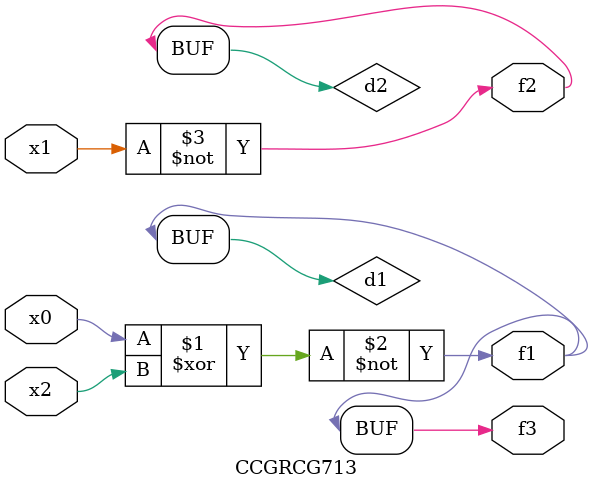
<source format=v>
module CCGRCG713(
	input x0, x1, x2,
	output f1, f2, f3
);

	wire d1, d2, d3;

	xnor (d1, x0, x2);
	nand (d2, x1);
	nor (d3, x1, x2);
	assign f1 = d1;
	assign f2 = d2;
	assign f3 = d1;
endmodule

</source>
